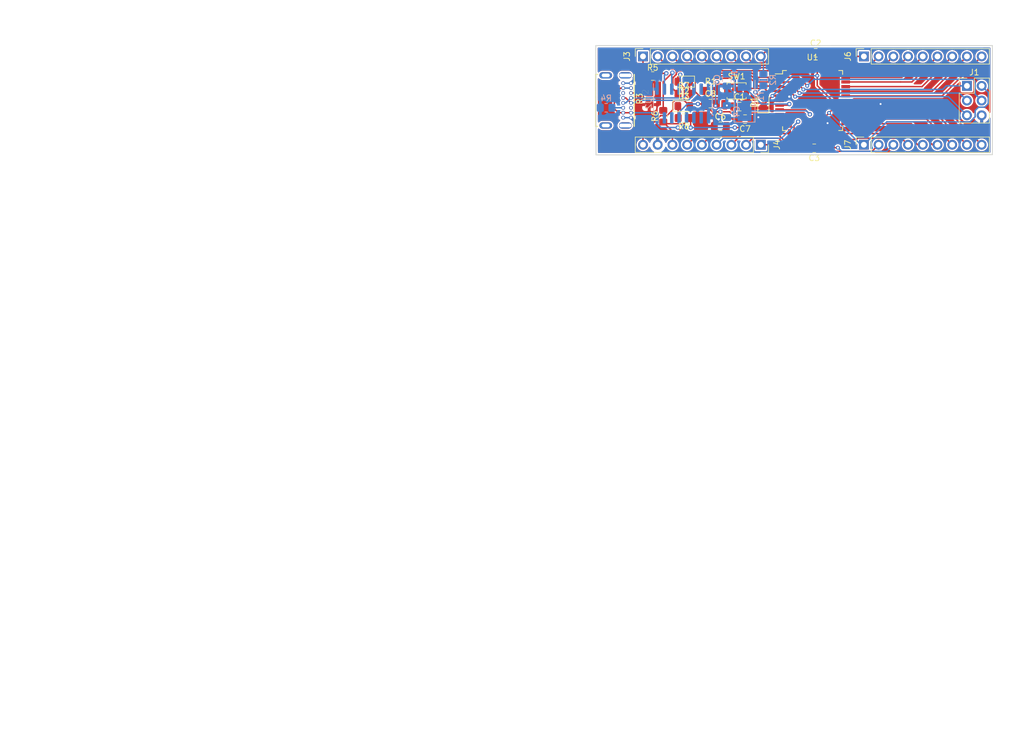
<source format=kicad_pcb>
(kicad_pcb (version 20171130) (host pcbnew "(5.1.9-0-10_14)")
  (title_block (title "ATMEGA1284P BOARD") (date 2020-11-18) (rev 0))
  (layers (0 F.Cu signal) (31 B.Cu signal) (34 B.Paste user) (35 F.Paste user) (36 B.SilkS user) (37 F.SilkS user) (38 B.Mask user) (39 F.Mask user) (44 Edge.Cuts user))
  (net 0 "")
  (net 1 VCC)
  (net 2 GND)
  (net 3 /XTAL1)
  (net 4 /XTAL2)
  (net 5 /nRESET)
  (net 6 "Net-(D1-Pad2)")
  (net 7 /6)
  (net 8 /7)
  (net 9 /5)
  (net 10 /8)
  (net 11 /9)
  (net 12 /0)
  (net 13 /1)
  (net 14 /2)
  (net 15 /3)
  (net 16 /4)
  (net 17 /10)
  (net 18 /11)
  (net 19 /12)
  (net 20 /13)
  (net 21 /14)
  (net 22 /15)
  (net 23 /17)
  (net 24 /18)
  (net 25 /19)
  (net 26 /20)
  (net 27 /21)
  (net 28 /16)
  (net 29 /22)
  (net 30 /23)
  (net 31 /A0)
  (net 32 /A1)
  (net 33 /A2)
  (net 34 /A3)
  (net 35 /A4)
  (net 36 /A5)
  (net 37 /A6)
  (net 38 /A7)
  (net 39 /AREF)
  (net 40 +5V)
  (net 41 +3V3)
  (net 42 "Net-(C8-Pad1)")
  (net 43 "Net-(D2-Pad1)")
  (net 44 "Net-(D3-Pad1)")
  (net 45 "Net-(J2-PadB8)")
  (net 46 /Serial_D-)
  (net 47 /Serial_D+)
  (net 48 "Net-(J2-PadB5)")
  (net 49 "Net-(J2-PadA8)")
  (net 50 "Net-(J2-PadA5)")
  (net 51 "Net-(R5-Pad2)")
  (net 52 "Net-(R6-Pad2)")
  (net 53 "Net-(U2-Pad15)")
  (net 54 "Net-(U2-Pad14)")
  (net 55 "Net-(U2-Pad12)")
  (net 56 "Net-(U2-Pad11)")
  (net 57 "Net-(U2-Pad10)")
  (net 58 "Net-(U2-Pad8)")
  (net 59 "Net-(U2-Pad7)")
  (module Capacitor_SMD:C_0805_2012Metric_Pad1.18x1.45mm_HandSolder (layer F.Cu) (at 145.0225 93.024 180)
    (fp_text reference C7 (at 0 -1.68) (layer F.SilkS))
    (fp_text value 10nF)
    (pad 2 smd roundrect (at 1.0375 0 180) (size 1.175 1.45) (layers F.Cu F.Paste F.Mask) (roundrect_rratio 0.212766) (net 41 +3V3))
    (pad 1 smd roundrect (at -1.0375 0 180) (size 1.175 1.45) (layers F.Cu F.Paste F.Mask) (roundrect_rratio 0.212766) (net 2 GND))
  )
  (module Resistor_SMD:R_0805_2012Metric_Pad1.20x1.40mm_HandSolder (layer F.Cu) (at 134.48 92.844 180)
    (fp_text reference R8 (at 0 -1.43) (layer F.SilkS))
    (fp_text value 1K)
    (pad 2 smd roundrect (at 1 0 180) (size 1.2 1.4) (layers F.Cu F.Paste F.Mask) (roundrect_rratio 0.208333) (net 44 "Net-(D3-Pad1)"))
    (pad 1 smd roundrect (at -1 0 180) (size 1.2 1.4) (layers F.Cu F.Paste F.Mask) (roundrect_rratio 0.208333) (net 11 /9))
  )
  (module Resistor_SMD:R_0805_2012Metric_Pad1.20x1.40mm_HandSolder (layer F.Cu) (at 134.46 88.664)
    (fp_text reference R7 (at 0 -1.43) (layer F.SilkS))
    (fp_text value 1K)
    (pad 2 smd roundrect (at 1 0) (size 1.2 1.4) (layers F.Cu F.Paste F.Mask) (roundrect_rratio 0.208333) (net 43 "Net-(D2-Pad1)"))
    (pad 1 smd roundrect (at -1 0) (size 1.2 1.4) (layers F.Cu F.Paste F.Mask) (roundrect_rratio 0.208333) (net 10 /8))
  )
  (module Resistor_SMD:R_0805_2012Metric_Pad1.20x1.40mm_HandSolder (layer F.Cu) (at 130.91 92.534 90)
    (fp_text reference R6 (at 0 -1.43 90) (layer F.SilkS))
    (fp_text value 1K)
    (pad 2 smd roundrect (at 1 0 90) (size 1.2 1.4) (layers F.Cu F.Paste F.Mask) (roundrect_rratio 0.208333) (net 52 "Net-(R6-Pad2)"))
    (pad 1 smd roundrect (at -1 0 90) (size 1.2 1.4) (layers F.Cu F.Paste F.Mask) (roundrect_rratio 0.208333) (net 11 /9))
  )
  (module Resistor_SMD:R_0805_2012Metric_Pad1.20x1.40mm_HandSolder (layer F.Cu) (at 129.0975 85.594)
    (fp_text reference R5 (at 0 -1.43) (layer F.SilkS))
    (fp_text value 1K)
    (pad 2 smd roundrect (at 1 0) (size 1.2 1.4) (layers F.Cu F.Paste F.Mask) (roundrect_rratio 0.208333) (net 51 "Net-(R5-Pad2)"))
    (pad 1 smd roundrect (at -1 0) (size 1.2 1.4) (layers F.Cu F.Paste F.Mask) (roundrect_rratio 0.208333) (net 10 /8))
  )
  (module Crystal:Crystal_SMD_5032-2Pin_5.0x3.2mm_HandSoldering (layer B.Cu) (at 144.94 89.004 90)
    (fp_text reference Y1 (at 0 2.8 90) (layer B.SilkS) (effects (justify mirror)))
    (fp_text value 16MHz)
    (pad 2 smd rect (at 2.6 0 90) (size 3.5 2.4) (layers B.Cu B.Paste B.Mask) (net 4 /XTAL2))
    (pad 1 smd rect (at -2.6 0 90) (size 3.5 2.4) (layers B.Cu B.Paste B.Mask) (net 3 /XTAL1))
  )
  (module Package_SO:SOIC-16_3.9x9.9mm_P1.27mm (layer B.Cu) (at 134.29 90.334 270)
    (fp_text reference U2 (at 0 5.9 270) (layer B.SilkS) (effects (justify mirror)))
    (fp_text value CH340C)
    (pad 16 smd roundrect (at 2.475 4.445 270) (size 1.95 0.6) (layers B.Cu B.Paste B.Mask) (net 40 +5V))
    (pad 15 smd roundrect (at 2.475 3.175 270) (size 1.95 0.6) (layers B.Cu B.Paste B.Mask) (net 53 "Net-(U2-Pad15)"))
    (pad 14 smd roundrect (at 2.475 1.905 270) (size 1.95 0.6) (layers B.Cu B.Paste B.Mask) (net 54 "Net-(U2-Pad14)"))
    (pad 13 smd roundrect (at 2.475 0.635 270) (size 1.95 0.6) (layers B.Cu B.Paste B.Mask) (net 42 "Net-(C8-Pad1)"))
    (pad 12 smd roundrect (at 2.475 -0.635 270) (size 1.95 0.6) (layers B.Cu B.Paste B.Mask) (net 55 "Net-(U2-Pad12)"))
    (pad 11 smd roundrect (at 2.475 -1.905 270) (size 1.95 0.6) (layers B.Cu B.Paste B.Mask) (net 56 "Net-(U2-Pad11)"))
    (pad 10 smd roundrect (at 2.475 -3.175 270) (size 1.95 0.6) (layers B.Cu B.Paste B.Mask) (net 57 "Net-(U2-Pad10)"))
    (pad 9 smd roundrect (at 2.475 -4.445 270) (size 1.95 0.6) (layers B.Cu B.Paste B.Mask) (net 2 GND))
    (pad 8 smd roundrect (at -2.475 -4.445 270) (size 1.95 0.6) (layers B.Cu B.Paste B.Mask) (net 58 "Net-(U2-Pad8)"))
    (pad 7 smd roundrect (at -2.475 -3.175 270) (size 1.95 0.6) (layers B.Cu B.Paste B.Mask) (net 59 "Net-(U2-Pad7)"))
    (pad 6 smd roundrect (at -2.475 -1.905 270) (size 1.95 0.6) (layers B.Cu B.Paste B.Mask) (net 46 /Serial_D-))
    (pad 5 smd roundrect (at -2.475 -0.635 270) (size 1.95 0.6) (layers B.Cu B.Paste B.Mask) (net 47 /Serial_D+))
    (pad 4 smd roundrect (at -2.475 0.635 270) (size 1.95 0.6) (layers B.Cu B.Paste B.Mask) (net 41 +3V3))
    (pad 3 smd roundrect (at -2.475 1.905 270) (size 1.95 0.6) (layers B.Cu B.Paste B.Mask) (net 52 "Net-(R6-Pad2)"))
    (pad 2 smd roundrect (at -2.475 3.175 270) (size 1.95 0.6) (layers B.Cu B.Paste B.Mask) (net 51 "Net-(R5-Pad2)"))
    (pad 1 smd roundrect (at -2.475 4.445 270) (size 1.95 0.6) (layers B.Cu B.Paste B.Mask) (net 2 GND))
  )
  (module Package_QFP:TQFP-44_10x10mm_P0.8mm (layer F.Cu) (at 156.68 89.824)
    (fp_text reference U1 (at 0 -7.45) (layer F.SilkS))
    (fp_text value ATmega1284P-A)
    (pad 44 smd rect (at -4 -5.7 90) (size 1.5 0.55) (layers F.Cu F.Paste F.Mask) (net 16 /4))
    (pad 43 smd rect (at -3.2 -5.7 90) (size 1.5 0.55) (layers F.Cu F.Paste F.Mask) (net 15 /3))
    (pad 42 smd rect (at -2.4 -5.7 90) (size 1.5 0.55) (layers F.Cu F.Paste F.Mask) (net 14 /2))
    (pad 41 smd rect (at -1.6 -5.7 90) (size 1.5 0.55) (layers F.Cu F.Paste F.Mask) (net 13 /1))
    (pad 40 smd rect (at -0.8 -5.7 90) (size 1.5 0.55) (layers F.Cu F.Paste F.Mask) (net 12 /0))
    (pad 39 smd rect (at 0 -5.7 90) (size 1.5 0.55) (layers F.Cu F.Paste F.Mask) (net 2 GND))
    (pad 38 smd rect (at 0.8 -5.7 90) (size 1.5 0.55) (layers F.Cu F.Paste F.Mask) (net 1 VCC))
    (pad 37 smd rect (at 1.6 -5.7 90) (size 1.5 0.55) (layers F.Cu F.Paste F.Mask) (net 31 /A0))
    (pad 36 smd rect (at 2.4 -5.7 90) (size 1.5 0.55) (layers F.Cu F.Paste F.Mask) (net 32 /A1))
    (pad 35 smd rect (at 3.2 -5.7 90) (size 1.5 0.55) (layers F.Cu F.Paste F.Mask) (net 33 /A2))
    (pad 34 smd rect (at 4 -5.7 90) (size 1.5 0.55) (layers F.Cu F.Paste F.Mask) (net 34 /A3))
    (pad 33 smd rect (at 5.7 -4) (size 1.5 0.55) (layers F.Cu F.Paste F.Mask) (net 35 /A4))
    (pad 32 smd rect (at 5.7 -3.2) (size 1.5 0.55) (layers F.Cu F.Paste F.Mask) (net 36 /A5))
    (pad 31 smd rect (at 5.7 -2.4) (size 1.5 0.55) (layers F.Cu F.Paste F.Mask) (net 37 /A6))
    (pad 30 smd rect (at 5.7 -1.6) (size 1.5 0.55) (layers F.Cu F.Paste F.Mask) (net 38 /A7))
    (pad 29 smd rect (at 5.7 -0.8) (size 1.5 0.55) (layers F.Cu F.Paste F.Mask) (net 39 /AREF))
    (pad 28 smd rect (at 5.7 0) (size 1.5 0.55) (layers F.Cu F.Paste F.Mask) (net 2 GND))
    (pad 27 smd rect (at 5.7 0.8) (size 1.5 0.55) (layers F.Cu F.Paste F.Mask) (net 1 VCC))
    (pad 26 smd rect (at 5.7 1.6) (size 1.5 0.55) (layers F.Cu F.Paste F.Mask) (net 30 /23))
    (pad 25 smd rect (at 5.7 2.4) (size 1.5 0.55) (layers F.Cu F.Paste F.Mask) (net 29 /22))
    (pad 24 smd rect (at 5.7 3.2) (size 1.5 0.55) (layers F.Cu F.Paste F.Mask) (net 27 /21))
    (pad 23 smd rect (at 5.7 4) (size 1.5 0.55) (layers F.Cu F.Paste F.Mask) (net 26 /20))
    (pad 22 smd rect (at 4 5.7 90) (size 1.5 0.55) (layers F.Cu F.Paste F.Mask) (net 25 /19))
    (pad 21 smd rect (at 3.2 5.7 90) (size 1.5 0.55) (layers F.Cu F.Paste F.Mask) (net 24 /18))
    (pad 20 smd rect (at 2.4 5.7 90) (size 1.5 0.55) (layers F.Cu F.Paste F.Mask) (net 23 /17))
    (pad 19 smd rect (at 1.6 5.7 90) (size 1.5 0.55) (layers F.Cu F.Paste F.Mask) (net 28 /16))
    (pad 18 smd rect (at 0.8 5.7 90) (size 1.5 0.55) (layers F.Cu F.Paste F.Mask) (net 2 GND))
    (pad 17 smd rect (at 0 5.7 90) (size 1.5 0.55) (layers F.Cu F.Paste F.Mask) (net 1 VCC))
    (pad 16 smd rect (at -0.8 5.7 90) (size 1.5 0.55) (layers F.Cu F.Paste F.Mask) (net 22 /15))
    (pad 15 smd rect (at -1.6 5.7 90) (size 1.5 0.55) (layers F.Cu F.Paste F.Mask) (net 21 /14))
    (pad 14 smd rect (at -2.4 5.7 90) (size 1.5 0.55) (layers F.Cu F.Paste F.Mask) (net 20 /13))
    (pad 13 smd rect (at -3.2 5.7 90) (size 1.5 0.55) (layers F.Cu F.Paste F.Mask) (net 19 /12))
    (pad 12 smd rect (at -4 5.7 90) (size 1.5 0.55) (layers F.Cu F.Paste F.Mask) (net 18 /11))
    (pad 11 smd rect (at -5.7 4) (size 1.5 0.55) (layers F.Cu F.Paste F.Mask) (net 17 /10))
    (pad 10 smd rect (at -5.7 3.2) (size 1.5 0.55) (layers F.Cu F.Paste F.Mask) (net 11 /9))
    (pad 9 smd rect (at -5.7 2.4) (size 1.5 0.55) (layers F.Cu F.Paste F.Mask) (net 10 /8))
    (pad 8 smd rect (at -5.7 1.6) (size 1.5 0.55) (layers F.Cu F.Paste F.Mask) (net 3 /XTAL1))
    (pad 7 smd rect (at -5.7 0.8) (size 1.5 0.55) (layers F.Cu F.Paste F.Mask) (net 4 /XTAL2))
    (pad 6 smd rect (at -5.7 0) (size 1.5 0.55) (layers F.Cu F.Paste F.Mask) (net 2 GND))
    (pad 5 smd rect (at -5.7 -0.8) (size 1.5 0.55) (layers F.Cu F.Paste F.Mask) (net 1 VCC))
    (pad 4 smd rect (at -5.7 -1.6) (size 1.5 0.55) (layers F.Cu F.Paste F.Mask) (net 5 /nRESET))
    (pad 3 smd rect (at -5.7 -2.4) (size 1.5 0.55) (layers F.Cu F.Paste F.Mask) (net 8 /7))
    (pad 2 smd rect (at -5.7 -3.2) (size 1.5 0.55) (layers F.Cu F.Paste F.Mask) (net 7 /6))
    (pad 1 smd rect (at -5.7 -4) (size 1.5 0.55) (layers F.Cu F.Paste F.Mask) (net 9 /5))
  )
  (module Button_Switch_SMD:SW_SPST_B3U-1000P (layer F.Cu) (at 143.57 88.164)
    (fp_text reference SW1 (at 0 -2.5) (layer F.SilkS))
    (fp_text value SW_Push)
    (pad 2 smd rect (at 1.7 0) (size 0.9 1.7) (layers F.Cu F.Paste F.Mask) (net 5 /nRESET))
    (pad 1 smd rect (at -1.7 0) (size 0.9 1.7) (layers F.Cu F.Paste F.Mask) (net 2 GND))
  )
  (module Resistor_SMD:R_0805_2012Metric_Pad1.20x1.40mm_HandSolder (layer B.Cu) (at 121.06 91.074 180)
    (fp_text reference R4 (at 0 1.65) (layer B.SilkS) (effects (justify mirror)))
    (fp_text value 5.1K)
    (pad 2 smd roundrect (at 1 0 180) (size 1.2 1.4) (layers B.Cu B.Paste B.Mask) (roundrect_rratio 0.208333) (net 2 GND))
    (pad 1 smd roundrect (at -1 0 180) (size 1.2 1.4) (layers B.Cu B.Paste B.Mask) (roundrect_rratio 0.208333) (net 48 "Net-(J2-PadB5)"))
  )
  (module Resistor_SMD:R_0805_2012Metric_Pad1.20x1.40mm_HandSolder (layer F.Cu) (at 128.49 89.524 90)
    (fp_text reference R3 (at 0 -1.65 90) (layer F.SilkS))
    (fp_text value 5.1K)
    (pad 2 smd roundrect (at 1 0 90) (size 1.2 1.4) (layers F.Cu F.Paste F.Mask) (roundrect_rratio 0.208333) (net 50 "Net-(J2-PadA5)"))
    (pad 1 smd roundrect (at -1 0 90) (size 1.2 1.4) (layers F.Cu F.Paste F.Mask) (roundrect_rratio 0.208333) (net 2 GND))
  )
  (module Resistor_SMD:R_0805_2012Metric_Pad1.20x1.40mm_HandSolder (layer B.Cu) (at 148.19 86.264 90)
    (fp_text reference R2 (at 0 1.65 90) (layer B.SilkS) (effects (justify mirror)))
    (fp_text value 1K)
    (pad 2 smd roundrect (at 1 0 90) (size 1.2 1.4) (layers B.Cu B.Paste B.Mask) (roundrect_rratio 0.208333) (net 12 /0))
    (pad 1 smd roundrect (at -1 0 90) (size 1.2 1.4) (layers B.Cu B.Paste B.Mask) (roundrect_rratio 0.208333) (net 6 "Net-(D1-Pad2)"))
  )
  (module Resistor_SMD:R_0805_2012Metric_Pad1.20x1.40mm_HandSolder (layer F.Cu) (at 139.08 88.174)
    (fp_text reference R1 (at 0 -1.65) (layer F.SilkS))
    (fp_text value 10K)
    (pad 2 smd roundrect (at 1 0) (size 1.2 1.4) (layers F.Cu F.Paste F.Mask) (roundrect_rratio 0.208333) (net 5 /nRESET))
    (pad 1 smd roundrect (at -1 0) (size 1.2 1.4) (layers F.Cu F.Paste F.Mask) (roundrect_rratio 0.208333) (net 1 VCC))
  )
  (module Connector_PinSocket_2.54mm:PinSocket_1x09_P2.54mm_Vertical (layer F.Cu) (at 165.52 97.454 90)
    (fp_text reference J7 (at 0 -2.77 90) (layer F.SilkS))
    (fp_text value Conn_01x09)
    (pad 9 thru_hole oval (at 0 20.32 90) (size 1.7 1.7) (drill 1) (layers *.Cu *.Mask) (net 30 /23))
    (pad 8 thru_hole oval (at 0 17.78 90) (size 1.7 1.7) (drill 1) (layers *.Cu *.Mask) (net 29 /22))
    (pad 7 thru_hole oval (at 0 15.24 90) (size 1.7 1.7) (drill 1) (layers *.Cu *.Mask) (net 27 /21))
    (pad 6 thru_hole oval (at 0 12.7 90) (size 1.7 1.7) (drill 1) (layers *.Cu *.Mask) (net 26 /20))
    (pad 5 thru_hole oval (at 0 10.16 90) (size 1.7 1.7) (drill 1) (layers *.Cu *.Mask) (net 25 /19))
    (pad 4 thru_hole oval (at 0 7.62 90) (size 1.7 1.7) (drill 1) (layers *.Cu *.Mask) (net 24 /18))
    (pad 3 thru_hole oval (at 0 5.08 90) (size 1.7 1.7) (drill 1) (layers *.Cu *.Mask) (net 23 /17))
    (pad 2 thru_hole oval (at 0 2.54 90) (size 1.7 1.7) (drill 1) (layers *.Cu *.Mask) (net 28 /16))
    (pad 1 thru_hole rect (at 0 0 90) (size 1.7 1.7) (drill 1) (layers *.Cu *.Mask) (net 1 VCC))
  )
  (module Connector_PinSocket_2.54mm:PinSocket_1x09_P2.54mm_Vertical (layer F.Cu) (at 165.52 82.214 90)
    (fp_text reference J6 (at 0 -2.77 90) (layer F.SilkS))
    (fp_text value Conn_01x09)
    (pad 9 thru_hole oval (at 0 20.32 90) (size 1.7 1.7) (drill 1) (layers *.Cu *.Mask) (net 39 /AREF))
    (pad 8 thru_hole oval (at 0 17.78 90) (size 1.7 1.7) (drill 1) (layers *.Cu *.Mask) (net 38 /A7))
    (pad 7 thru_hole oval (at 0 15.24 90) (size 1.7 1.7) (drill 1) (layers *.Cu *.Mask) (net 37 /A6))
    (pad 6 thru_hole oval (at 0 12.7 90) (size 1.7 1.7) (drill 1) (layers *.Cu *.Mask) (net 36 /A5))
    (pad 5 thru_hole oval (at 0 10.16 90) (size 1.7 1.7) (drill 1) (layers *.Cu *.Mask) (net 35 /A4))
    (pad 4 thru_hole oval (at 0 7.62 90) (size 1.7 1.7) (drill 1) (layers *.Cu *.Mask) (net 34 /A3))
    (pad 3 thru_hole oval (at 0 5.08 90) (size 1.7 1.7) (drill 1) (layers *.Cu *.Mask) (net 33 /A2))
    (pad 2 thru_hole oval (at 0 2.54 90) (size 1.7 1.7) (drill 1) (layers *.Cu *.Mask) (net 32 /A1))
    (pad 1 thru_hole rect (at 0 0 90) (size 1.7 1.7) (drill 1) (layers *.Cu *.Mask) (net 31 /A0))
  )
  (module Connector_PinSocket_2.54mm:PinSocket_1x09_P2.54mm_Vertical (layer F.Cu) (at 147.74 97.454 270)
    (fp_text reference J4 (at 0 -2.77 90) (layer F.SilkS))
    (fp_text value Conn_01x09)
    (pad 9 thru_hole oval (at 0 20.32 270) (size 1.7 1.7) (drill 1) (layers *.Cu *.Mask) (net 41 +3V3))
    (pad 8 thru_hole oval (at 0 17.78 270) (size 1.7 1.7) (drill 1) (layers *.Cu *.Mask) (net 2 GND))
    (pad 7 thru_hole oval (at 0 15.24 270) (size 1.7 1.7) (drill 1) (layers *.Cu *.Mask) (net 11 /9))
    (pad 6 thru_hole oval (at 0 12.7 270) (size 1.7 1.7) (drill 1) (layers *.Cu *.Mask) (net 17 /10))
    (pad 5 thru_hole oval (at 0 10.16 270) (size 1.7 1.7) (drill 1) (layers *.Cu *.Mask) (net 18 /11))
    (pad 4 thru_hole oval (at 0 7.62 270) (size 1.7 1.7) (drill 1) (layers *.Cu *.Mask) (net 19 /12))
    (pad 3 thru_hole oval (at 0 5.08 270) (size 1.7 1.7) (drill 1) (layers *.Cu *.Mask) (net 20 /13))
    (pad 2 thru_hole oval (at 0 2.54 270) (size 1.7 1.7) (drill 1) (layers *.Cu *.Mask) (net 21 /14))
    (pad 1 thru_hole rect (at 0 0 270) (size 1.7 1.7) (drill 1) (layers *.Cu *.Mask) (net 22 /15))
  )
  (module Connector_PinSocket_2.54mm:PinSocket_1x09_P2.54mm_Vertical (layer F.Cu) (at 127.42 82.214 90)
    (fp_text reference J3 (at 0 -2.77 90) (layer F.SilkS))
    (fp_text value Conn_01x09)
    (pad 9 thru_hole oval (at 0 20.32 90) (size 1.7 1.7) (drill 1) (layers *.Cu *.Mask) (net 12 /0))
    (pad 8 thru_hole oval (at 0 17.78 90) (size 1.7 1.7) (drill 1) (layers *.Cu *.Mask) (net 13 /1))
    (pad 7 thru_hole oval (at 0 15.24 90) (size 1.7 1.7) (drill 1) (layers *.Cu *.Mask) (net 14 /2))
    (pad 6 thru_hole oval (at 0 12.7 90) (size 1.7 1.7) (drill 1) (layers *.Cu *.Mask) (net 15 /3))
    (pad 5 thru_hole oval (at 0 10.16 90) (size 1.7 1.7) (drill 1) (layers *.Cu *.Mask) (net 16 /4))
    (pad 4 thru_hole oval (at 0 7.62 90) (size 1.7 1.7) (drill 1) (layers *.Cu *.Mask) (net 9 /5))
    (pad 3 thru_hole oval (at 0 5.08 90) (size 1.7 1.7) (drill 1) (layers *.Cu *.Mask) (net 7 /6))
    (pad 2 thru_hole oval (at 0 2.54 90) (size 1.7 1.7) (drill 1) (layers *.Cu *.Mask) (net 8 /7))
    (pad 1 thru_hole rect (at 0 0 90) (size 1.7 1.7) (drill 1) (layers *.Cu *.Mask) (net 10 /8))
  )
  (module USB-THT-IO:GCT_USB4085-GF-A_REVA (layer F.Cu) (at 121.33 89.804 270)
    (fp_text reference J2 (at -1.097425 -6.515415 90) (layer F.SilkS) (effects (font (size 1.00015 1.00015) (thickness 0.015))))
    (fp_text value USB_C_Receptacle_USB2.0)
    (pad P4 thru_hole oval (at -4.325 0.335 270) (size 1.108 2.216) (drill oval 0.6 1.4) (layers *.Cu *.Mask))
    (pad P3 thru_hole oval (at 4.325 0.335 270) (size 1.108 2.216) (drill oval 0.6 1.4) (layers *.Cu *.Mask))
    (pad P2 thru_hole oval (at 4.325 -3.045 270) (size 1.108 2.216) (drill oval 0.6 2.1) (layers *.Cu *.Mask))
    (pad P1 thru_hole oval (at -4.325 -3.045 270) (size 1.108 2.216) (drill oval 0.6 2.1) (layers *.Cu *.Mask))
    (pad B12 thru_hole circle (at -2.975 -2.675 270) (size 0.65 0.65) (drill 0.4) (layers *.Cu *.Mask) (net 2 GND))
    (pad B9 thru_hole circle (at -2.125 -2.675 270) (size 0.65 0.65) (drill 0.4) (layers *.Cu *.Mask) (net 40 +5V))
    (pad B8 thru_hole circle (at -1.275 -2.675 270) (size 0.65 0.65) (drill 0.4) (layers *.Cu *.Mask) (net 45 "Net-(J2-PadB8)"))
    (pad B7 thru_hole circle (at -0.425 -2.675 270) (size 0.65 0.65) (drill 0.4) (layers *.Cu *.Mask) (net 46 /Serial_D-))
    (pad B6 thru_hole circle (at 0.425 -2.675 270) (size 0.65 0.65) (drill 0.4) (layers *.Cu *.Mask) (net 47 /Serial_D+))
    (pad B5 thru_hole circle (at 1.275 -2.675 270) (size 0.65 0.65) (drill 0.4) (layers *.Cu *.Mask) (net 48 "Net-(J2-PadB5)"))
    (pad B4 thru_hole circle (at 2.125 -2.675 270) (size 0.65 0.65) (drill 0.4) (layers *.Cu *.Mask) (net 40 +5V))
    (pad B1 thru_hole circle (at 2.975 -2.675 270) (size 0.65 0.65) (drill 0.4) (layers *.Cu *.Mask) (net 2 GND))
    (pad A12 thru_hole circle (at 2.975 -4.025 270) (size 0.65 0.65) (drill 0.4) (layers *.Cu *.Mask) (net 2 GND))
    (pad A9 thru_hole circle (at 2.125 -4.025 270) (size 0.65 0.65) (drill 0.4) (layers *.Cu *.Mask) (net 40 +5V))
    (pad A8 thru_hole circle (at 1.275 -4.025 270) (size 0.65 0.65) (drill 0.4) (layers *.Cu *.Mask) (net 49 "Net-(J2-PadA8)"))
    (pad A7 thru_hole circle (at 0.425 -4.025 270) (size 0.65 0.65) (drill 0.4) (layers *.Cu *.Mask) (net 46 /Serial_D-))
    (pad A6 thru_hole circle (at -0.425 -4.025 270) (size 0.65 0.65) (drill 0.4) (layers *.Cu *.Mask) (net 47 /Serial_D+))
    (pad A5 thru_hole circle (at -1.275 -4.025 270) (size 0.65 0.65) (drill 0.4) (layers *.Cu *.Mask) (net 50 "Net-(J2-PadA5)"))
    (pad A4 thru_hole circle (at -2.125 -4.025 270) (size 0.65 0.65) (drill 0.4) (layers *.Cu *.Mask) (net 40 +5V))
    (pad A1 thru_hole circle (at -2.975 -4.025 270) (size 0.65 0.65) (drill 0.4) (layers *.Cu *.Mask) (net 2 GND))
  )
  (module Connector_PinHeader_2.54mm:PinHeader_2x03_P2.54mm_Vertical (layer F.Cu) (at 183.3 87.294)
    (fp_text reference J1 (at 1.27 -2.33) (layer F.SilkS))
    (fp_text value Conn_02x03_Odd_Even)
    (pad 6 thru_hole oval (at 2.54 5.08) (size 1.7 1.7) (drill 1) (layers *.Cu *.Mask) (net 2 GND))
    (pad 5 thru_hole oval (at 0 5.08) (size 1.7 1.7) (drill 1) (layers *.Cu *.Mask) (net 5 /nRESET))
    (pad 4 thru_hole oval (at 2.54 2.54) (size 1.7 1.7) (drill 1) (layers *.Cu *.Mask) (net 9 /5))
    (pad 3 thru_hole oval (at 0 2.54) (size 1.7 1.7) (drill 1) (layers *.Cu *.Mask) (net 8 /7))
    (pad 2 thru_hole oval (at 2.54 0) (size 1.7 1.7) (drill 1) (layers *.Cu *.Mask) (net 1 VCC))
    (pad 1 thru_hole rect (at 0 0) (size 1.7 1.7) (drill 1) (layers *.Cu *.Mask) (net 7 /6))
  )
  (module LED_SMD:LED_0805_2012Metric_Pad1.15x1.40mm_HandSolder (layer F.Cu) (at 134.465 90.784)
    (fp_text reference D3 (at 0 -1.65) (layer F.SilkS))
    (fp_text value LED_Small)
    (pad 2 smd roundrect (at 1.025 0) (size 1.15 1.4) (layers F.Cu F.Paste F.Mask) (roundrect_rratio 0.217391) (net 41 +3V3))
    (pad 1 smd roundrect (at -1.025 0) (size 1.15 1.4) (layers F.Cu F.Paste F.Mask) (roundrect_rratio 0.217391) (net 44 "Net-(D3-Pad1)"))
  )
  (module LED_SMD:LED_0805_2012Metric_Pad1.15x1.40mm_HandSolder (layer F.Cu) (at 134.45 86.574 180)
    (fp_text reference D2 (at 0 -1.65) (layer F.SilkS))
    (fp_text value LED_Small)
    (pad 2 smd roundrect (at 1.025 0 180) (size 1.15 1.4) (layers F.Cu F.Paste F.Mask) (roundrect_rratio 0.217391) (net 41 +3V3))
    (pad 1 smd roundrect (at -1.025 0 180) (size 1.15 1.4) (layers F.Cu F.Paste F.Mask) (roundrect_rratio 0.217391) (net 43 "Net-(D2-Pad1)"))
  )
  (module LED_SMD:LED_0805_2012Metric_Pad1.15x1.40mm_HandSolder (layer F.Cu) (at 148.18 90.089 90)
    (fp_text reference D1 (at 0 -1.65 90) (layer F.SilkS))
    (fp_text value LED)
    (pad 2 smd roundrect (at 1.025 0 90) (size 1.15 1.4) (layers F.Cu F.Paste F.Mask) (roundrect_rratio 0.217391) (net 6 "Net-(D1-Pad2)"))
    (pad 1 smd roundrect (at -1.025 0 90) (size 1.15 1.4) (layers F.Cu F.Paste F.Mask) (roundrect_rratio 0.217391) (net 2 GND))
  )
  (module Capacitor_SMD:C_0805_2012Metric_Pad1.18x1.45mm_HandSolder (layer F.Cu) (at 139.0525 90.344)
    (fp_text reference C8 (at 0 -1.68) (layer F.SilkS))
    (fp_text value 0.1uF)
    (pad 2 smd roundrect (at 1.0375 0) (size 1.175 1.45) (layers F.Cu F.Paste F.Mask) (roundrect_rratio 0.212766) (net 5 /nRESET))
    (pad 1 smd roundrect (at -1.0375 0) (size 1.175 1.45) (layers F.Cu F.Paste F.Mask) (roundrect_rratio 0.212766) (net 42 "Net-(C8-Pad1)"))
  )
  (module Capacitor_SMD:C_0805_2012Metric_Pad1.18x1.45mm_HandSolder (layer F.Cu) (at 140.7675 94.264)
    (fp_text reference C6 (at 0 -1.68) (layer F.SilkS))
    (fp_text value 100nF)
    (pad 2 smd roundrect (at 1.0375 0) (size 1.175 1.45) (layers F.Cu F.Paste F.Mask) (roundrect_rratio 0.212766) (net 40 +5V))
    (pad 1 smd roundrect (at -1.0375 0) (size 1.175 1.45) (layers F.Cu F.Paste F.Mask) (roundrect_rratio 0.212766) (net 2 GND))
  )
  (module Capacitor_SMD:C_0805_2012Metric_Pad1.18x1.45mm_HandSolder (layer B.Cu) (at 141.88 86.2865 270)
    (fp_text reference C5 (at 0 1.68 90) (layer B.SilkS) (effects (justify mirror)))
    (fp_text value 22pF)
    (pad 2 smd roundrect (at 1.0375 0 270) (size 1.175 1.45) (layers B.Cu B.Paste B.Mask) (roundrect_rratio 0.212766) (net 2 GND))
    (pad 1 smd roundrect (at -1.0375 0 270) (size 1.175 1.45) (layers B.Cu B.Paste B.Mask) (roundrect_rratio 0.212766) (net 4 /XTAL2))
  )
  (module Capacitor_SMD:C_0805_2012Metric_Pad1.18x1.45mm_HandSolder (layer B.Cu) (at 141.89 91.724 90)
    (fp_text reference C4 (at 0 1.68 90) (layer B.SilkS) (effects (justify mirror)))
    (fp_text value 22pF)
    (pad 2 smd roundrect (at 1.0375 0 90) (size 1.175 1.45) (layers B.Cu B.Paste B.Mask) (roundrect_rratio 0.212766) (net 2 GND))
    (pad 1 smd roundrect (at -1.0375 0 90) (size 1.175 1.45) (layers B.Cu B.Paste B.Mask) (roundrect_rratio 0.212766) (net 3 /XTAL1))
  )
  (module Capacitor_SMD:C_0805_2012Metric_Pad1.18x1.45mm_HandSolder (layer F.Cu) (at 156.96 98.064 180)
    (fp_text reference C3 (at 0 -1.68) (layer F.SilkS))
    (fp_text value 0.1uF)
    (pad 2 smd roundrect (at 1.0375 0 180) (size 1.175 1.45) (layers F.Cu F.Paste F.Mask) (roundrect_rratio 0.212766) (net 1 VCC))
    (pad 1 smd roundrect (at -1.0375 0 180) (size 1.175 1.45) (layers F.Cu F.Paste F.Mask) (roundrect_rratio 0.212766) (net 2 GND))
  )
  (module Capacitor_SMD:C_0805_2012Metric_Pad1.18x1.45mm_HandSolder (layer F.Cu) (at 157.21 81.594)
    (fp_text reference C2 (at 0 -1.68) (layer F.SilkS))
    (fp_text value 0.1uF)
    (pad 2 smd roundrect (at 1.0375 0) (size 1.175 1.45) (layers F.Cu F.Paste F.Mask) (roundrect_rratio 0.212766) (net 1 VCC))
    (pad 1 smd roundrect (at -1.0375 0) (size 1.175 1.45) (layers F.Cu F.Paste F.Mask) (roundrect_rratio 0.212766) (net 2 GND))
  )
  (module Capacitor_SMD:C_0805_2012Metric_Pad1.18x1.45mm_HandSolder (layer F.Cu) (at 144.0925 90.874)
    (fp_text reference C1 (at 0 -1.68) (layer F.SilkS))
    (fp_text value 0.1uF)
    (pad 2 smd roundrect (at 1.0375 0) (size 1.175 1.45) (layers F.Cu F.Paste F.Mask) (roundrect_rratio 0.212766) (net 1 VCC))
    (pad 1 smd roundrect (at -1.0375 0) (size 1.175 1.45) (layers F.Cu F.Paste F.Mask) (roundrect_rratio 0.212766) (net 2 GND))
  )
  (gr_line (start 119.32 99.194) (end 119.28 80.354) (layer Edge.Cuts) (width 0.1524))
  (gr_line (start 187.68 99.164) (end 119.32 99.194) (layer Edge.Cuts) (width 0.1524))
  (gr_line (start 187.68 80.344) (end 187.68 99.164) (layer Edge.Cuts) (width 0.1524))
  (gr_line (start 119.28 80.354) (end 187.68 80.344) (layer Edge.Cuts) (width 0.1524))
  (segment (start 145.74441 90.25959) (end 148.51441 90.25959) (width 0.254) (layer F.Cu) (net 1))
  (segment (start 145.13 90.874) (end 145.74441 90.25959) (width 0.254) (layer F.Cu) (net 1))
  (segment (start 148.51441 90.25959) (end 149.75 89.024) (width 0.254) (layer F.Cu) (net 1))
  (segment (start 156.68 97.3065) (end 156.68 95.524) (width 0.254) (layer F.Cu) (net 1))
  (segment (start 155.9225 98.064) (end 156.68 97.3065) (width 0.254) (layer F.Cu) (net 1))
  (segment (start 143.59559 89.33959) (end 145.13 90.874) (width 0.254) (layer F.Cu) (net 1))
  (segment (start 139.24559 89.33959) (end 143.59559 89.33959) (width 0.254) (layer F.Cu) (net 1))
  (segment (start 138.08 88.174) (end 139.24559 89.33959) (width 0.254) (layer F.Cu) (net 1))
  (segment (start 156.68 94.796078) (end 156.68 95.524) (width 0.254) (layer F.Cu) (net 1))
  (segment (start 162.38 90.624) (end 160.852078 90.624) (width 0.254) (layer F.Cu) (net 1))
  (via (at 159.520039 91.956039) (size 0.6858) (drill 0.3302) (layers F.Cu B.Cu) (net 1))
  (segment (start 165.018 97.454) (end 159.520039 91.956039) (width 0.254) (layer B.Cu) (net 1))
  (segment (start 165.52 97.454) (end 165.018 97.454) (width 0.254) (layer B.Cu) (net 1))
  (segment (start 159.520039 91.956039) (end 156.68 94.796078) (width 0.254) (layer F.Cu) (net 1))
  (segment (start 160.852078 90.624) (end 159.520039 91.956039) (width 0.254) (layer F.Cu) (net 1))
  (segment (start 157.48 82.3615) (end 158.2475 81.594) (width 0.254) (layer F.Cu) (net 1))
  (segment (start 157.48 84.124) (end 157.48 82.3615) (width 0.254) (layer F.Cu) (net 1))
  (segment (start 186.969401 90.376113) (end 186.969401 88.423401) (width 0.254) (layer B.Cu) (net 1))
  (segment (start 186.969401 88.423401) (end 185.84 87.294) (width 0.254) (layer B.Cu) (net 1))
  (segment (start 186.382113 90.963401) (end 186.969401 90.376113) (width 0.254) (layer B.Cu) (net 1))
  (segment (start 185.297887 90.963401) (end 186.382113 90.963401) (width 0.254) (layer B.Cu) (net 1))
  (segment (start 184.710599 91.550689) (end 185.297887 90.963401) (width 0.254) (layer B.Cu) (net 1))
  (segment (start 184.710599 92.634915) (end 184.710599 91.550689) (width 0.254) (layer B.Cu) (net 1))
  (segment (start 183.842113 93.503401) (end 184.710599 92.634915) (width 0.254) (layer B.Cu) (net 1))
  (segment (start 169.470599 93.503401) (end 183.842113 93.503401) (width 0.254) (layer B.Cu) (net 1))
  (segment (start 165.52 97.454) (end 169.470599 93.503401) (width 0.254) (layer B.Cu) (net 1))
  (segment (start 157.48 87.251922) (end 157.48 84.124) (width 0.254) (layer F.Cu) (net 1))
  (segment (start 160.852078 90.624) (end 157.48 87.251922) (width 0.254) (layer F.Cu) (net 1))
  (via (at 149.75 89.024) (size 0.6858) (drill 0.3302) (layers F.Cu B.Cu) (net 1))
  (segment (start 150.98 89.024) (end 149.75 89.024) (width 0.254) (layer F.Cu) (net 1))
  (via (at 157.48 85.542299) (size 0.6858) (drill 0.3302) (layers F.Cu B.Cu) (net 1))
  (segment (start 153.231701 85.542299) (end 157.48 85.542299) (width 0.254) (layer B.Cu) (net 1))
  (segment (start 149.75 89.024) (end 153.231701 85.542299) (width 0.254) (layer B.Cu) (net 1))
  (via (at 152.654 89.154) (size 0.762) (drill 0.381) (layers F.Cu B.Cu) (net 2))
  (segment (start 151.984 89.824) (end 152.654 89.154) (width 0.254) (layer F.Cu) (net 2))
  (segment (start 150.98 89.824) (end 151.984 89.824) (width 0.254) (layer F.Cu) (net 2))
  (segment (start 141.472395 91.104105) (end 141.89 90.6865) (width 0.254) (layer B.Cu) (net 2))
  (segment (start 140.439895 91.104105) (end 141.472395 91.104105) (width 0.254) (layer B.Cu) (net 2))
  (segment (start 138.735 92.809) (end 140.439895 91.104105) (width 0.254) (layer B.Cu) (net 2))
  (via (at 140.462 93.085307) (size 0.762) (drill 0.381) (layers F.Cu B.Cu) (net 2))
  (segment (start 139.73 93.817307) (end 140.462 93.085307) (width 0.254) (layer F.Cu) (net 2))
  (segment (start 139.73 94.264) (end 139.73 93.817307) (width 0.254) (layer F.Cu) (net 2))
  (via (at 168.402 90.424) (size 0.6858) (drill 0.3302) (layers F.Cu B.Cu) (net 2))
  (segment (start 167.802 89.824) (end 168.402 90.424) (width 0.254) (layer F.Cu) (net 2))
  (segment (start 162.38 89.824) (end 167.802 89.824) (width 0.254) (layer F.Cu) (net 2))
  (segment (start 157.48 97.5465) (end 157.9975 98.064) (width 0.254) (layer F.Cu) (net 2))
  (segment (start 157.48 95.524) (end 157.48 97.5465) (width 0.254) (layer F.Cu) (net 2))
  (segment (start 158.550078 93.726) (end 159.258 93.726) (width 0.254) (layer F.Cu) (net 2))
  (segment (start 157.48 94.796078) (end 158.550078 93.726) (width 0.254) (layer F.Cu) (net 2))
  (via (at 159.258 93.726) (size 0.6858) (drill 0.3302) (layers F.Cu B.Cu) (net 2))
  (segment (start 157.48 95.524) (end 157.48 94.796078) (width 0.254) (layer F.Cu) (net 2))
  (segment (start 150.206 89.824) (end 150.98 89.824) (width 0.254) (layer F.Cu) (net 2))
  (segment (start 148.916 91.114) (end 150.206 89.824) (width 0.254) (layer F.Cu) (net 2))
  (segment (start 148.18 91.114) (end 148.916 91.114) (width 0.254) (layer F.Cu) (net 2))
  (via (at 147.32 92.71) (size 0.6858) (drill 0.3302) (layers F.Cu B.Cu) (net 2))
  (segment (start 147.006 93.024) (end 147.32 92.71) (width 0.254) (layer F.Cu) (net 2))
  (segment (start 146.06 93.024) (end 147.006 93.024) (width 0.254) (layer F.Cu) (net 2))
  (segment (start 141.89 87.334) (end 141.88 87.324) (width 0.254) (layer B.Cu) (net 2))
  (segment (start 141.89 90.6865) (end 141.89 87.334) (width 0.254) (layer B.Cu) (net 2))
  (segment (start 141.89 90.6865) (end 141.89 90.6865) (width 0.254) (layer B.Cu) (net 2))
  (via (at 141.89 90.6865) (size 0.6858) (drill 0.3302) (layers F.Cu B.Cu) (net 2))
  (via (at 143.256 88.392) (size 0.6858) (drill 0.3302) (layers F.Cu B.Cu) (net 2))
  (segment (start 143.028 88.164) (end 143.256 88.392) (width 0.254) (layer F.Cu) (net 2))
  (segment (start 141.87 88.164) (end 143.028 88.164) (width 0.254) (layer F.Cu) (net 2))
  (segment (start 142.948 88.392) (end 141.88 87.324) (width 0.254) (layer B.Cu) (net 2))
  (segment (start 143.256 88.392) (end 142.948 88.392) (width 0.254) (layer B.Cu) (net 2))
  (segment (start 124.005 86.829) (end 125.355 86.829) (width 0.254) (layer B.Cu) (net 2))
  (segment (start 125.355 92.779) (end 124.005 92.779) (width 0.254) (layer B.Cu) (net 2))
  (segment (start 156.68 82.1015) (end 156.1725 81.594) (width 0.254) (layer F.Cu) (net 2))
  (segment (start 156.68 84.124) (end 156.68 82.1015) (width 0.254) (layer F.Cu) (net 2))
  (via (at 156.21 92.202) (size 0.762) (drill 0.381) (layers F.Cu B.Cu) (net 3))
  (segment (start 144.94 91.604) (end 155.612 91.604) (width 0.254) (layer B.Cu) (net 3))
  (segment (start 155.432 91.424) (end 156.21 92.202) (width 0.254) (layer F.Cu) (net 3))
  (segment (start 155.612 91.604) (end 156.21 92.202) (width 0.254) (layer B.Cu) (net 3))
  (segment (start 150.98 91.424) (end 155.432 91.424) (width 0.254) (layer F.Cu) (net 3))
  (segment (start 143.7825 92.7615) (end 144.94 91.604) (width 0.254) (layer B.Cu) (net 3))
  (segment (start 141.89 92.7615) (end 143.7825 92.7615) (width 0.254) (layer B.Cu) (net 3))
  (via (at 152.654 90.424) (size 0.762) (drill 0.381) (layers F.Cu B.Cu) (net 4))
  (segment (start 152.454 90.624) (end 152.654 90.424) (width 0.254) (layer F.Cu) (net 4))
  (segment (start 150.98 90.624) (end 152.454 90.624) (width 0.254) (layer F.Cu) (net 4))
  (segment (start 143.785 85.249) (end 144.94 86.404) (width 0.254) (layer B.Cu) (net 4))
  (segment (start 141.88 85.249) (end 143.785 85.249) (width 0.254) (layer B.Cu) (net 4))
  (segment (start 147.866606 90.424) (end 144.94 87.497394) (width 0.254) (layer B.Cu) (net 4))
  (segment (start 144.94 87.497394) (end 144.94 86.404) (width 0.254) (layer B.Cu) (net 4))
  (segment (start 152.654 90.424) (end 147.866606 90.424) (width 0.254) (layer B.Cu) (net 4))
  (via (at 139.935441 90.728493) (size 0.6858) (drill 0.3302) (layers F.Cu B.Cu) (net 5))
  (segment (start 140.09 90.573934) (end 139.935441 90.728493) (width 0.254) (layer F.Cu) (net 5))
  (segment (start 140.09 90.344) (end 140.09 90.573934) (width 0.254) (layer F.Cu) (net 5))
  (via (at 140.208 86.614) (size 0.6858) (drill 0.3302) (layers F.Cu B.Cu) (net 5))
  (segment (start 139.935441 86.886559) (end 140.208 86.614) (width 0.254) (layer B.Cu) (net 5))
  (segment (start 139.935441 90.728493) (end 139.935441 86.886559) (width 0.254) (layer B.Cu) (net 5))
  (segment (start 140.208 88.046) (end 140.08 88.174) (width 0.254) (layer F.Cu) (net 5))
  (segment (start 140.208 86.614) (end 140.208 88.046) (width 0.254) (layer F.Cu) (net 5))
  (segment (start 144.140599 87.034599) (end 145.27 88.164) (width 0.254) (layer F.Cu) (net 5))
  (segment (start 140.519401 87.034599) (end 144.140599 87.034599) (width 0.254) (layer F.Cu) (net 5))
  (segment (start 140.08 87.474) (end 140.519401 87.034599) (width 0.254) (layer F.Cu) (net 5))
  (segment (start 140.08 88.174) (end 140.08 87.474) (width 0.254) (layer F.Cu) (net 5))
  (segment (start 145.702401 87.731599) (end 148.371299 87.731599) (width 0.254) (layer F.Cu) (net 5))
  (segment (start 145.27 88.164) (end 145.702401 87.731599) (width 0.254) (layer F.Cu) (net 5))
  (segment (start 148.8637 88.224) (end 150.98 88.224) (width 0.254) (layer F.Cu) (net 5))
  (segment (start 148.371299 87.731599) (end 148.8637 88.224) (width 0.254) (layer F.Cu) (net 5))
  (via (at 153.67 89.154) (size 0.6858) (drill 0.3302) (layers F.Cu B.Cu) (net 5))
  (segment (start 152.74 88.224) (end 153.67 89.154) (width 0.254) (layer F.Cu) (net 5))
  (segment (start 150.98 88.224) (end 152.74 88.224) (width 0.254) (layer F.Cu) (net 5))
  (segment (start 180.08 89.154) (end 183.3 92.374) (width 0.254) (layer B.Cu) (net 5))
  (segment (start 153.67 89.154) (end 180.08 89.154) (width 0.254) (layer B.Cu) (net 5))
  (via (at 146.812 88.392) (size 0.762) (drill 0.381) (layers F.Cu B.Cu) (net 6))
  (segment (start 148.18 89.064) (end 147.484 89.064) (width 0.254) (layer F.Cu) (net 6))
  (segment (start 147.484 89.064) (end 146.812 88.392) (width 0.254) (layer F.Cu) (net 6))
  (segment (start 148.19 87.264) (end 147.062 88.392) (width 0.254) (layer B.Cu) (net 6))
  (segment (start 147.062 88.392) (end 146.812 88.392) (width 0.254) (layer B.Cu) (net 6))
  (segment (start 147.193561 86.624) (end 146.15485 85.585289) (width 0.254) (layer F.Cu) (net 7))
  (segment (start 150.98 86.624) (end 147.193561 86.624) (width 0.254) (layer F.Cu) (net 7))
  (segment (start 133.629401 83.343401) (end 132.5 82.214) (width 0.254) (layer F.Cu) (net 7))
  (segment (start 135.582113 83.343401) (end 133.629401 83.343401) (width 0.254) (layer F.Cu) (net 7))
  (segment (start 137.824001 85.585289) (end 135.582113 83.343401) (width 0.254) (layer F.Cu) (net 7))
  (segment (start 146.15485 85.585289) (end 137.824001 85.585289) (width 0.254) (layer F.Cu) (net 7))
  (via (at 155.088118 87.9094) (size 0.6858) (drill 0.3302) (layers F.Cu B.Cu) (net 7))
  (segment (start 153.802718 86.624) (end 155.088118 87.9094) (width 0.254) (layer F.Cu) (net 7))
  (segment (start 150.98 86.624) (end 153.802718 86.624) (width 0.254) (layer F.Cu) (net 7))
  (segment (start 155.088118 87.9094) (end 179.10811 87.9094) (width 0.254) (layer B.Cu) (net 7))
  (segment (start 179.72351 87.294) (end 183.3 87.294) (width 0.254) (layer B.Cu) (net 7))
  (segment (start 179.10811 87.9094) (end 179.72351 87.294) (width 0.254) (layer B.Cu) (net 7))
  (segment (start 145.98651 85.991699) (end 147.32 87.325189) (width 0.254) (layer F.Cu) (net 8))
  (segment (start 135.29664 84.29719) (end 136.991149 85.991699) (width 0.254) (layer F.Cu) (net 8))
  (segment (start 136.991149 85.991699) (end 145.98651 85.991699) (width 0.254) (layer F.Cu) (net 8))
  (segment (start 132.985334 83.94719) (end 133.345 84.306856) (width 0.254) (layer F.Cu) (net 8))
  (segment (start 133.354667 84.297189) (end 135.29664 84.29719) (width 0.254) (layer F.Cu) (net 8))
  (segment (start 133.345 84.306856) (end 133.354667 84.297189) (width 0.254) (layer F.Cu) (net 8))
  (segment (start 150.881189 87.325189) (end 150.98 87.424) (width 0.254) (layer F.Cu) (net 8))
  (segment (start 147.32 87.325189) (end 150.881189 87.325189) (width 0.254) (layer F.Cu) (net 8))
  (segment (start 131.69319 83.94719) (end 132.985334 83.94719) (width 0.254) (layer F.Cu) (net 8))
  (segment (start 129.96 82.214) (end 131.69319 83.94719) (width 0.254) (layer F.Cu) (net 8))
  (via (at 154.41971 88.5317) (size 0.6858) (drill 0.3302) (layers F.Cu B.Cu) (net 8))
  (segment (start 153.31201 87.424) (end 154.41971 88.5317) (width 0.254) (layer F.Cu) (net 8))
  (segment (start 150.98 87.424) (end 153.31201 87.424) (width 0.254) (layer F.Cu) (net 8))
  (segment (start 181.9977 88.5317) (end 183.3 89.834) (width 0.254) (layer B.Cu) (net 8))
  (segment (start 154.41971 88.5317) (end 181.9977 88.5317) (width 0.254) (layer B.Cu) (net 8))
  (segment (start 135.04 82.214) (end 136.896731 84.070731) (width 0.254) (layer F.Cu) (net 9))
  (segment (start 136.902731 84.070731) (end 137.922 85.09) (width 0.254) (layer F.Cu) (net 9))
  (segment (start 136.896731 84.070731) (end 136.902731 84.070731) (width 0.254) (layer F.Cu) (net 9))
  (segment (start 137.922 85.09) (end 146.234311 85.09) (width 0.254) (layer F.Cu) (net 9))
  (segment (start 146.968311 85.824) (end 150.98 85.824) (width 0.254) (layer F.Cu) (net 9))
  (segment (start 146.234311 85.09) (end 146.968311 85.824) (width 0.254) (layer F.Cu) (net 9))
  (via (at 155.750208 87.2871) (size 0.6858) (drill 0.3302) (layers F.Cu B.Cu) (net 9))
  (segment (start 154.287108 85.824) (end 155.750208 87.2871) (width 0.254) (layer F.Cu) (net 9))
  (segment (start 150.98 85.824) (end 154.287108 85.824) (width 0.254) (layer F.Cu) (net 9))
  (segment (start 184.710599 86.501677) (end 184.710599 88.704599) (width 0.254) (layer B.Cu) (net 9))
  (segment (start 184.373521 86.164599) (end 184.710599 86.501677) (width 0.254) (layer B.Cu) (net 9))
  (segment (start 156.872709 86.164599) (end 184.373521 86.164599) (width 0.254) (layer B.Cu) (net 9))
  (segment (start 184.710599 88.704599) (end 185.84 89.834) (width 0.254) (layer B.Cu) (net 9))
  (segment (start 155.750208 87.2871) (end 156.872709 86.164599) (width 0.254) (layer B.Cu) (net 9))
  (segment (start 129.337901 84.353599) (end 128.0975 85.594) (width 0.254) (layer F.Cu) (net 10))
  (segment (start 132.816993 84.353599) (end 129.337901 84.353599) (width 0.254) (layer F.Cu) (net 10))
  (segment (start 133.160401 84.697007) (end 132.816993 84.353599) (width 0.254) (layer F.Cu) (net 10))
  (segment (start 132.57059 85.90341) (end 133.160401 85.313599) (width 0.254) (layer F.Cu) (net 10))
  (segment (start 132.57059 87.77459) (end 132.57059 85.90341) (width 0.254) (layer F.Cu) (net 10))
  (segment (start 133.160401 85.313599) (end 133.160401 84.697007) (width 0.254) (layer F.Cu) (net 10))
  (segment (start 133.46 88.664) (end 132.57059 87.77459) (width 0.254) (layer F.Cu) (net 10))
  (segment (start 127.42 84.9165) (end 128.0975 85.594) (width 0.254) (layer F.Cu) (net 10))
  (segment (start 127.42 82.214) (end 127.42 84.9165) (width 0.254) (layer F.Cu) (net 10))
  (segment (start 138.88191 90.69711) (end 139.949306 91.764506) (width 0.254) (layer F.Cu) (net 10))
  (segment (start 133.179599 85.047007) (end 133.523007 84.703599) (width 0.254) (layer F.Cu) (net 10))
  (segment (start 136.416 85.9913) (end 136.416 88.29738) (width 0.254) (layer F.Cu) (net 10))
  (segment (start 139.949306 91.764506) (end 140.764353 91.764506) (width 0.254) (layer F.Cu) (net 10))
  (segment (start 133.523007 84.703599) (end 135.128299 84.703599) (width 0.254) (layer F.Cu) (net 10))
  (segment (start 138.57179 89.33959) (end 138.88191 89.64971) (width 0.254) (layer F.Cu) (net 10))
  (segment (start 136.416 88.29738) (end 137.45821 89.33959) (width 0.254) (layer F.Cu) (net 10))
  (segment (start 133.179599 85.295701) (end 133.179599 85.047007) (width 0.254) (layer F.Cu) (net 10))
  (segment (start 137.45821 89.33959) (end 138.57179 89.33959) (width 0.254) (layer F.Cu) (net 10))
  (via (at 140.764353 91.764506) (size 0.762) (drill 0.381) (layers F.Cu B.Cu) (net 10))
  (segment (start 135.128299 84.703599) (end 136.416 85.9913) (width 0.254) (layer F.Cu) (net 10))
  (segment (start 132.57059 85.90471) (end 133.179599 85.295701) (width 0.254) (layer F.Cu) (net 10))
  (segment (start 138.88191 89.64971) (end 138.88191 90.69711) (width 0.254) (layer F.Cu) (net 10))
  (segment (start 132.57059 87.77459) (end 132.57059 85.90471) (width 0.254) (layer F.Cu) (net 10))
  (segment (start 142.598201 91.978401) (end 148.874401 91.978401) (width 0.254) (layer F.Cu) (net 10))
  (segment (start 142.384306 91.764506) (end 142.598201 91.978401) (width 0.254) (layer F.Cu) (net 10))
  (segment (start 140.764353 91.764506) (end 142.384306 91.764506) (width 0.254) (layer F.Cu) (net 10))
  (segment (start 149.12 92.224) (end 150.98 92.224) (width 0.254) (layer F.Cu) (net 10))
  (segment (start 148.874401 91.978401) (end 149.12 92.224) (width 0.254) (layer F.Cu) (net 10))
  (segment (start 134.50059 93.82341) (end 135.48 92.844) (width 0.254) (layer F.Cu) (net 11))
  (segment (start 131.19941 93.82341) (end 134.50059 93.82341) (width 0.254) (layer F.Cu) (net 11))
  (segment (start 130.91 93.534) (end 131.19941 93.82341) (width 0.254) (layer F.Cu) (net 11))
  (segment (start 132.5 95.124) (end 130.91 93.534) (width 0.254) (layer F.Cu) (net 11))
  (segment (start 132.5 97.454) (end 132.5 95.124) (width 0.254) (layer F.Cu) (net 11))
  (via (at 143.256 94.488) (size 0.762) (drill 0.381) (layers F.Cu B.Cu) (net 11))
  (segment (start 146.519394 94.488) (end 143.256 94.488) (width 0.254) (layer F.Cu) (net 11))
  (segment (start 147.983394 93.024) (end 146.519394 94.488) (width 0.254) (layer F.Cu) (net 11))
  (segment (start 150.98 93.024) (end 147.983394 93.024) (width 0.254) (layer F.Cu) (net 11))
  (via (at 135.636 94.488) (size 0.762) (drill 0.381) (layers F.Cu B.Cu) (net 11))
  (segment (start 143.256 94.488) (end 135.636 94.488) (width 0.254) (layer B.Cu) (net 11))
  (segment (start 135.636 93) (end 135.48 92.844) (width 0.254) (layer F.Cu) (net 11))
  (segment (start 135.636 94.488) (end 135.636 93) (width 0.254) (layer F.Cu) (net 11))
  (segment (start 148.19 82.664) (end 147.74 82.214) (width 0.254) (layer B.Cu) (net 12))
  (segment (start 148.19 85.264) (end 148.19 82.664) (width 0.254) (layer B.Cu) (net 12))
  (segment (start 155.88 83.12) (end 154.074 81.314) (width 0.254) (layer F.Cu) (net 12))
  (segment (start 155.88 84.124) (end 155.88 83.12) (width 0.254) (layer F.Cu) (net 12))
  (segment (start 148.64 81.314) (end 147.74 82.214) (width 0.254) (layer F.Cu) (net 12))
  (segment (start 154.074 81.314) (end 148.64 81.314) (width 0.254) (layer F.Cu) (net 12))
  (segment (start 155.08 84.124) (end 155.08 82.89475) (width 0.254) (layer F.Cu) (net 13))
  (segment (start 155.08 82.89475) (end 153.90566 81.72041) (width 0.254) (layer F.Cu) (net 13))
  (segment (start 148.282113 83.343401) (end 146.329401 83.343401) (width 0.254) (layer F.Cu) (net 13))
  (segment (start 149.905104 81.72041) (end 148.282113 83.343401) (width 0.254) (layer F.Cu) (net 13))
  (segment (start 146.329401 83.343401) (end 145.2 82.214) (width 0.254) (layer F.Cu) (net 13))
  (segment (start 153.90566 81.72041) (end 149.905104 81.72041) (width 0.254) (layer F.Cu) (net 13))
  (segment (start 143.789401 83.343401) (end 145.754651 83.343401) (width 0.254) (layer F.Cu) (net 14))
  (segment (start 142.66 82.214) (end 143.789401 83.343401) (width 0.254) (layer F.Cu) (net 14))
  (segment (start 145.754651 83.343401) (end 146.161061 83.749811) (width 0.254) (layer F.Cu) (net 14))
  (segment (start 146.161061 83.749811) (end 148.450454 83.74981) (width 0.254) (layer F.Cu) (net 14))
  (segment (start 148.450454 83.74981) (end 150.073444 82.12682) (width 0.254) (layer F.Cu) (net 14))
  (segment (start 150.073444 82.12682) (end 153.3 82.12682) (width 0.254) (layer F.Cu) (net 14))
  (segment (start 154.28 83.10682) (end 154.28 84.124) (width 0.254) (layer F.Cu) (net 14))
  (segment (start 153.3 82.12682) (end 154.28 83.10682) (width 0.254) (layer F.Cu) (net 14))
  (segment (start 153.48 84.124) (end 153.48 82.88157) (width 0.254) (layer F.Cu) (net 15))
  (segment (start 153.48 82.88157) (end 153.13166 82.53323) (width 0.254) (layer F.Cu) (net 15))
  (segment (start 150.241784 82.53323) (end 148.618793 84.156219) (width 0.254) (layer F.Cu) (net 15))
  (segment (start 153.13166 82.53323) (end 150.241784 82.53323) (width 0.254) (layer F.Cu) (net 15))
  (segment (start 145.99272 84.15622) (end 145.586311 83.749811) (width 0.254) (layer F.Cu) (net 15))
  (segment (start 148.618793 84.156219) (end 145.99272 84.15622) (width 0.254) (layer F.Cu) (net 15))
  (segment (start 145.586311 83.749811) (end 143.62106 83.74981) (width 0.254) (layer F.Cu) (net 15))
  (segment (start 143.208382 83.337132) (end 143.202113 83.343401) (width 0.254) (layer F.Cu) (net 15))
  (segment (start 143.62106 83.74981) (end 143.208382 83.337132) (width 0.254) (layer F.Cu) (net 15))
  (segment (start 141.249401 83.343401) (end 140.12 82.214) (width 0.254) (layer F.Cu) (net 15))
  (segment (start 143.202113 83.343401) (end 141.249401 83.343401) (width 0.254) (layer F.Cu) (net 15))
  (segment (start 137.58 82.214) (end 140.04959 84.68359) (width 0.254) (layer F.Cu) (net 16))
  (segment (start 152.12041 84.68359) (end 152.68 84.124) (width 0.254) (layer F.Cu) (net 16))
  (segment (start 140.04959 84.68359) (end 152.12041 84.68359) (width 0.254) (layer F.Cu) (net 16))
  (segment (start 146.687735 94.894409) (end 147.758144 93.824) (width 0.254) (layer F.Cu) (net 17))
  (segment (start 143.237591 95.674819) (end 144.018 94.89441) (width 0.254) (layer F.Cu) (net 17))
  (segment (start 136.81918 95.67482) (end 143.237591 95.674819) (width 0.254) (layer F.Cu) (net 17))
  (segment (start 144.018 94.89441) (end 146.687735 94.894409) (width 0.254) (layer F.Cu) (net 17))
  (segment (start 147.758144 93.824) (end 150.98 93.824) (width 0.254) (layer F.Cu) (net 17))
  (segment (start 135.04 97.454) (end 136.81918 95.67482) (width 0.254) (layer F.Cu) (net 17))
  (segment (start 138.952772 96.081228) (end 137.58 97.454) (width 0.254) (layer F.Cu) (net 18))
  (segment (start 144.186342 95.300818) (end 143.40593 96.081228) (width 0.254) (layer F.Cu) (net 18))
  (segment (start 151.15359 95.524) (end 149.86 94.23041) (width 0.254) (layer F.Cu) (net 18))
  (segment (start 147.926484 94.23041) (end 146.856074 95.300818) (width 0.254) (layer F.Cu) (net 18))
  (segment (start 146.856074 95.300818) (end 144.186342 95.300818) (width 0.254) (layer F.Cu) (net 18))
  (segment (start 149.86 94.23041) (end 147.926484 94.23041) (width 0.254) (layer F.Cu) (net 18))
  (segment (start 143.40593 96.081228) (end 138.952772 96.081228) (width 0.254) (layer F.Cu) (net 18))
  (segment (start 152.68 95.524) (end 151.15359 95.524) (width 0.254) (layer F.Cu) (net 18))
  (segment (start 153.48 94.17) (end 154.178 93.472) (width 0.254) (layer F.Cu) (net 19))
  (segment (start 153.48 95.524) (end 153.48 94.17) (width 0.254) (layer F.Cu) (net 19))
  (segment (start 151.325401 96.324599) (end 154.178 93.472) (width 0.254) (layer B.Cu) (net 19))
  (segment (start 141.249401 96.324599) (end 151.325401 96.324599) (width 0.254) (layer B.Cu) (net 19))
  (segment (start 140.12 97.454) (end 141.249401 96.324599) (width 0.254) (layer B.Cu) (net 19))
  (via (at 154.178 93.472) (size 0.762) (drill 0.381) (layers F.Cu B.Cu) (net 19))
  (segment (start 142.66 97.454) (end 144.406772 95.707228) (width 0.254) (layer F.Cu) (net 20))
  (segment (start 154.28 96.528) (end 154.28 95.524) (width 0.254) (layer F.Cu) (net 20))
  (segment (start 151.608241 96.553401) (end 154.254599 96.553401) (width 0.254) (layer F.Cu) (net 20))
  (segment (start 154.254599 96.553401) (end 154.28 96.528) (width 0.254) (layer F.Cu) (net 20))
  (segment (start 150.762068 95.707228) (end 151.608241 96.553401) (width 0.254) (layer F.Cu) (net 20))
  (segment (start 144.406772 95.707228) (end 150.762068 95.707228) (width 0.254) (layer F.Cu) (net 20))
  (segment (start 155.08 96.528) (end 154.648189 96.959811) (width 0.254) (layer F.Cu) (net 21))
  (segment (start 155.08 95.524) (end 155.08 96.528) (width 0.254) (layer F.Cu) (net 21))
  (segment (start 154.648189 96.959811) (end 151.4399 96.95981) (width 0.254) (layer F.Cu) (net 21))
  (segment (start 146.329401 96.324599) (end 145.2 97.454) (width 0.254) (layer F.Cu) (net 21))
  (segment (start 150.804689 96.324599) (end 146.329401 96.324599) (width 0.254) (layer F.Cu) (net 21))
  (segment (start 151.4399 96.95981) (end 150.804689 96.324599) (width 0.254) (layer F.Cu) (net 21))
  (segment (start 155.88 96.5453) (end 155.88 95.524) (width 0.254) (layer F.Cu) (net 22))
  (segment (start 154.9713 97.454) (end 155.88 96.5453) (width 0.254) (layer F.Cu) (net 22))
  (segment (start 147.74 97.454) (end 154.9713 97.454) (width 0.254) (layer F.Cu) (net 22))
  (via (at 161.036 97.961101) (size 0.6858) (drill 0.3302) (layers F.Cu B.Cu) (net 23))
  (segment (start 160.513101 97.961101) (end 161.036 97.961101) (width 0.254) (layer F.Cu) (net 23))
  (segment (start 159.08 96.528) (end 160.513101 97.961101) (width 0.254) (layer F.Cu) (net 23))
  (segment (start 159.08 95.524) (end 159.08 96.528) (width 0.254) (layer F.Cu) (net 23))
  (segment (start 169.470599 98.583401) (end 170.6 97.454) (width 0.254) (layer B.Cu) (net 23))
  (segment (start 161.6583 98.583401) (end 169.470599 98.583401) (width 0.254) (layer B.Cu) (net 23))
  (segment (start 161.036 97.961101) (end 161.6583 98.583401) (width 0.254) (layer B.Cu) (net 23))
  (segment (start 164.446479 96.324599) (end 172.010599 96.324599) (width 0.254) (layer F.Cu) (net 24))
  (segment (start 164.217677 96.553401) (end 164.446479 96.324599) (width 0.254) (layer F.Cu) (net 24))
  (segment (start 172.010599 96.324599) (end 173.14 97.454) (width 0.254) (layer F.Cu) (net 24))
  (segment (start 160.181479 96.553401) (end 164.217677 96.553401) (width 0.254) (layer F.Cu) (net 24))
  (segment (start 159.88 96.251922) (end 160.181479 96.553401) (width 0.254) (layer F.Cu) (net 24))
  (segment (start 159.88 95.524) (end 159.88 96.251922) (width 0.254) (layer F.Cu) (net 24))
  (segment (start 174.811514 97.454) (end 175.68 97.454) (width 0.254) (layer F.Cu) (net 25))
  (segment (start 172.881514 95.524) (end 174.811514 97.454) (width 0.254) (layer F.Cu) (net 25))
  (segment (start 160.68 95.524) (end 172.881514 95.524) (width 0.254) (layer F.Cu) (net 25))
  (segment (start 177.351514 97.454) (end 178.22 97.454) (width 0.254) (layer F.Cu) (net 26))
  (segment (start 173.721514 93.824) (end 177.351514 97.454) (width 0.254) (layer F.Cu) (net 26))
  (segment (start 162.38 93.824) (end 173.721514 93.824) (width 0.254) (layer F.Cu) (net 26))
  (segment (start 176.33 93.024) (end 180.76 97.454) (width 0.254) (layer F.Cu) (net 27))
  (segment (start 162.38 93.024) (end 176.33 93.024) (width 0.254) (layer F.Cu) (net 27))
  (segment (start 166.930599 98.583401) (end 168.06 97.454) (width 0.254) (layer F.Cu) (net 28))
  (segment (start 160.335401 98.583401) (end 166.930599 98.583401) (width 0.254) (layer F.Cu) (net 28))
  (segment (start 158.28 96.528) (end 160.335401 98.583401) (width 0.254) (layer F.Cu) (net 28))
  (segment (start 158.28 95.524) (end 158.28 96.528) (width 0.254) (layer F.Cu) (net 28))
  (segment (start 178.07 92.224) (end 162.38 92.224) (width 0.254) (layer F.Cu) (net 29))
  (segment (start 183.3 97.454) (end 178.07 92.224) (width 0.254) (layer F.Cu) (net 29))
  (segment (start 179.81 91.424) (end 185.84 97.454) (width 0.254) (layer F.Cu) (net 30))
  (segment (start 162.38 91.424) (end 179.81 91.424) (width 0.254) (layer F.Cu) (net 30))
  (segment (start 158.28 83.1227) (end 158.28 84.124) (width 0.254) (layer F.Cu) (net 31))
  (segment (start 159.1887 82.214) (end 158.28 83.1227) (width 0.254) (layer F.Cu) (net 31))
  (segment (start 165.52 82.214) (end 159.1887 82.214) (width 0.254) (layer F.Cu) (net 31))
  (segment (start 159.51181 82.68819) (end 161.9961 82.68819) (width 0.254) (layer F.Cu) (net 32))
  (segment (start 159.08 83.12) (end 159.51181 82.68819) (width 0.254) (layer F.Cu) (net 32))
  (segment (start 159.08 84.124) (end 159.08 83.12) (width 0.254) (layer F.Cu) (net 32))
  (segment (start 161.9961 82.68819) (end 163.88991 84.582) (width 0.254) (layer F.Cu) (net 32))
  (segment (start 165.692 84.582) (end 168.06 82.214) (width 0.254) (layer F.Cu) (net 32))
  (segment (start 163.88991 84.582) (end 165.692 84.582) (width 0.254) (layer F.Cu) (net 32))
  (segment (start 170.6 82.214) (end 167.80282 85.01118) (width 0.254) (layer F.Cu) (net 33))
  (segment (start 159.88 83.396078) (end 159.88 84.124) (width 0.254) (layer F.Cu) (net 33))
  (segment (start 161.827759 83.094599) (end 160.181479 83.094599) (width 0.254) (layer F.Cu) (net 33))
  (segment (start 160.181479 83.094599) (end 159.88 83.396078) (width 0.254) (layer F.Cu) (net 33))
  (segment (start 163.74434 85.01118) (end 161.827759 83.094599) (width 0.254) (layer F.Cu) (net 33))
  (segment (start 167.80282 85.01118) (end 163.74434 85.01118) (width 0.254) (layer F.Cu) (net 33))
  (segment (start 160.68 84.124) (end 162.28241 84.124) (width 0.254) (layer F.Cu) (net 34))
  (segment (start 162.28241 84.124) (end 163.576 85.41759) (width 0.254) (layer F.Cu) (net 34))
  (segment (start 169.93641 85.41759) (end 173.14 82.214) (width 0.254) (layer F.Cu) (net 34))
  (segment (start 163.576 85.41759) (end 169.93641 85.41759) (width 0.254) (layer F.Cu) (net 34))
  (segment (start 172.07 85.824) (end 175.68 82.214) (width 0.254) (layer F.Cu) (net 35))
  (segment (start 162.38 85.824) (end 172.07 85.824) (width 0.254) (layer F.Cu) (net 35))
  (segment (start 162.38 86.624) (end 171.84475 86.624) (width 0.254) (layer F.Cu) (net 36))
  (segment (start 173.81 86.624) (end 171.84475 86.624) (width 0.254) (layer F.Cu) (net 36))
  (segment (start 178.22 82.214) (end 173.81 86.624) (width 0.254) (layer F.Cu) (net 36))
  (segment (start 175.55 87.424) (end 180.76 82.214) (width 0.254) (layer F.Cu) (net 37))
  (segment (start 162.38 87.424) (end 175.55 87.424) (width 0.254) (layer F.Cu) (net 37))
  (segment (start 177.29 88.224) (end 162.38 88.224) (width 0.254) (layer F.Cu) (net 38))
  (segment (start 183.3 82.214) (end 177.29 88.224) (width 0.254) (layer F.Cu) (net 38))
  (segment (start 179.03 89.024) (end 185.84 82.214) (width 0.254) (layer F.Cu) (net 39))
  (segment (start 162.38 89.024) (end 179.03 89.024) (width 0.254) (layer F.Cu) (net 39))
  (segment (start 125.355 91.929) (end 124.005 91.929) (width 0.254) (layer F.Cu) (net 40))
  (segment (start 124.005 91.929) (end 123.165 91.929) (width 0.254) (layer F.Cu) (net 40))
  (segment (start 123.165 91.929) (end 122.49 91.254) (width 0.254) (layer F.Cu) (net 40))
  (segment (start 123.545381 87.679) (end 124.005 87.679) (width 0.254) (layer F.Cu) (net 40))
  (segment (start 122.49 88.734381) (end 123.545381 87.679) (width 0.254) (layer F.Cu) (net 40))
  (segment (start 122.49 91.254) (end 122.49 88.734381) (width 0.254) (layer F.Cu) (net 40))
  (via (at 133.43 94.484) (size 0.762) (drill 0.381) (layers F.Cu B.Cu) (net 40))
  (segment (start 134.21441 95.26841) (end 133.43 94.484) (width 0.254) (layer F.Cu) (net 40))
  (segment (start 140.80059 95.26841) (end 134.21441 95.26841) (width 0.254) (layer F.Cu) (net 40))
  (segment (start 141.805 94.264) (end 140.80059 95.26841) (width 0.254) (layer F.Cu) (net 40))
  (segment (start 129.845 93.784) (end 129.845 92.809) (width 0.254) (layer B.Cu) (net 40))
  (segment (start 130.545 94.484) (end 129.845 93.784) (width 0.254) (layer B.Cu) (net 40))
  (segment (start 133.43 94.484) (end 130.545 94.484) (width 0.254) (layer B.Cu) (net 40))
  (segment (start 128.965 91.929) (end 125.355 91.929) (width 0.254) (layer B.Cu) (net 40))
  (segment (start 129.845 92.809) (end 128.965 91.929) (width 0.254) (layer B.Cu) (net 40))
  (segment (start 125.355 87.679) (end 124.005 87.679) (width 0.254) (layer B.Cu) (net 40))
  (segment (start 134.58059 89.87459) (end 135.49 90.784) (width 0.254) (layer F.Cu) (net 41))
  (segment (start 134.58059 87.72959) (end 134.58059 89.87459) (width 0.254) (layer F.Cu) (net 41))
  (segment (start 133.425 86.574) (end 134.58059 87.72959) (width 0.254) (layer F.Cu) (net 41))
  (segment (start 134.51059 89.80459) (end 134.58059 89.87459) (width 0.254) (layer F.Cu) (net 41))
  (segment (start 132.58559 90.11471) (end 132.89571 89.80459) (width 0.254) (layer F.Cu) (net 41))
  (segment (start 132.58559 91.40711) (end 132.58559 90.11471) (width 0.254) (layer F.Cu) (net 41))
  (segment (start 131.57929 92.41341) (end 132.58559 91.40711) (width 0.254) (layer F.Cu) (net 41))
  (segment (start 132.89571 89.80459) (end 134.51059 89.80459) (width 0.254) (layer F.Cu) (net 41))
  (segment (start 130.48189 92.41341) (end 131.57929 92.41341) (width 0.254) (layer F.Cu) (net 41))
  (segment (start 127.42 95.4753) (end 130.48189 92.41341) (width 0.254) (layer F.Cu) (net 41))
  (segment (start 127.42 97.454) (end 127.42 95.4753) (width 0.254) (layer F.Cu) (net 41))
  (via (at 133.84 85.364) (size 0.762) (drill 0.381) (layers F.Cu B.Cu) (net 41))
  (segment (start 133.425 85.779) (end 133.84 85.364) (width 0.254) (layer F.Cu) (net 41))
  (segment (start 133.425 86.574) (end 133.425 85.779) (width 0.254) (layer F.Cu) (net 41))
  (segment (start 133.84 87.674) (end 133.655 87.859) (width 0.254) (layer B.Cu) (net 41))
  (segment (start 133.84 85.364) (end 133.84 87.674) (width 0.254) (layer B.Cu) (net 41))
  (segment (start 143.985 93.024) (end 142.808 93.024) (width 0.254) (layer F.Cu) (net 41))
  (segment (start 142.808 93.024) (end 142.208907 92.424907) (width 0.254) (layer F.Cu) (net 41))
  (segment (start 142.208907 92.424907) (end 140.034957 92.424907) (width 0.254) (layer F.Cu) (net 41))
  (segment (start 140.034957 92.424907) (end 138.95846 91.34841) (width 0.254) (layer F.Cu) (net 41))
  (segment (start 136.05441 91.34841) (end 135.49 90.784) (width 0.254) (layer F.Cu) (net 41))
  (segment (start 138.95846 91.34841) (end 136.05441 91.34841) (width 0.254) (layer F.Cu) (net 41))
  (via (at 136.89 90.414) (size 0.762) (drill 0.381) (layers F.Cu B.Cu) (net 42))
  (segment (start 135.075 90.414) (end 136.89 90.414) (width 0.254) (layer B.Cu) (net 42))
  (segment (start 133.655 91.834) (end 135.075 90.414) (width 0.254) (layer B.Cu) (net 42))
  (segment (start 133.655 92.809) (end 133.655 91.834) (width 0.254) (layer B.Cu) (net 42))
  (segment (start 137.945 90.414) (end 138.015 90.344) (width 0.254) (layer F.Cu) (net 42))
  (segment (start 136.89 90.414) (end 137.945 90.414) (width 0.254) (layer F.Cu) (net 42))
  (segment (start 135.46 86.589) (end 135.475 86.574) (width 0.254) (layer F.Cu) (net 43))
  (segment (start 135.46 88.664) (end 135.46 86.589) (width 0.254) (layer F.Cu) (net 43))
  (segment (start 133.48 90.824) (end 133.44 90.784) (width 0.254) (layer F.Cu) (net 44))
  (segment (start 133.48 92.844) (end 133.48 90.824) (width 0.254) (layer F.Cu) (net 44))
  (segment (start 125.314619 90.229) (end 125.355 90.229) (width 0.254) (layer F.Cu) (net 46))
  (segment (start 124.464619 89.379) (end 125.314619 90.229) (width 0.254) (layer F.Cu) (net 46))
  (segment (start 124.005 89.379) (end 124.464619 89.379) (width 0.254) (layer F.Cu) (net 46))
  (segment (start 125.355 90.229) (end 125.98641 90.229) (width 0.254) (layer B.Cu) (net 46))
  (segment (start 125.98641 90.229) (end 126.43 89.78541) (width 0.254) (layer B.Cu) (net 46))
  (segment (start 136.195 88.834) (end 136.195 87.859) (width 0.254) (layer B.Cu) (net 46))
  (segment (start 135.24359 89.78541) (end 136.195 88.834) (width 0.254) (layer B.Cu) (net 46))
  (segment (start 126.43 89.78541) (end 135.24359 89.78541) (width 0.254) (layer B.Cu) (net 46))
  (segment (start 125.314619 89.379) (end 125.355 89.379) (width 0.254) (layer B.Cu) (net 47))
  (segment (start 124.464619 90.229) (end 125.314619 89.379) (width 0.254) (layer B.Cu) (net 47))
  (segment (start 124.005 90.229) (end 124.464619 90.229) (width 0.254) (layer B.Cu) (net 47))
  (segment (start 134.925 88.834) (end 134.925 87.859) (width 0.254) (layer B.Cu) (net 47))
  (segment (start 134.38 89.379) (end 134.925 88.834) (width 0.254) (layer B.Cu) (net 47))
  (segment (start 125.355 89.379) (end 134.38 89.379) (width 0.254) (layer B.Cu) (net 47))
  (segment (start 124 91.074) (end 124.005 91.079) (width 0.254) (layer B.Cu) (net 48))
  (segment (start 122.06 91.074) (end 124 91.074) (width 0.254) (layer B.Cu) (net 48))
  (segment (start 128.485 88.529) (end 128.49 88.524) (width 0.1524) (layer F.Cu) (net 50))
  (segment (start 125.36 88.524) (end 125.355 88.529) (width 0.254) (layer F.Cu) (net 50))
  (segment (start 128.49 88.524) (end 125.36 88.524) (width 0.254) (layer F.Cu) (net 50))
  (segment (start 131.115 85.465052) (end 131.443026 85.137026) (width 0.254) (layer B.Cu) (net 51))
  (via (at 131.443026 85.137026) (size 0.762) (drill 0.381) (layers F.Cu B.Cu) (net 51))
  (segment (start 131.115 87.859) (end 131.115 85.465052) (width 0.254) (layer B.Cu) (net 51))
  (segment (start 130.554474 85.137026) (end 130.0975 85.594) (width 0.254) (layer F.Cu) (net 51))
  (segment (start 131.443026 85.137026) (end 130.554474 85.137026) (width 0.254) (layer F.Cu) (net 51))
  (via (at 132.5 85.014) (size 0.762) (drill 0.381) (layers F.Cu B.Cu) (net 52))
  (segment (start 132.385 87.859) (end 132.385 85.129) (width 0.254) (layer B.Cu) (net 52))
  (segment (start 130.91 91.6215) (end 130.91 86.604) (width 0.254) (layer F.Cu) (net 52))
  (segment (start 130.91 86.604) (end 132.5 85.014) (width 0.254) (layer F.Cu) (net 52))
  (segment (start 132.385 85.129) (end 132.5 85.014) (width 0.254) (layer B.Cu) (net 52))
  (zone (net 2) (net_name GND) (layer B.Cu) (connect_pads (clearance 0.254)) (min_thickness 0.254) (fill yes (arc_segments 32) (thermal_gap 0.508) (thermal_bridge_width 0.508))
    (polygon (pts (xy 190.73 104.094) (xy 113.29 104.094) (xy 113.44 74.034) (xy 190.73 74.034)))
  )
  (zone (net 2) (net_name GND) (layer F.Cu) (connect_pads (clearance 0.254)) (min_thickness 0.254) (fill yes (arc_segments 32) (thermal_gap 0.508) (thermal_bridge_width 0.508))
    (polygon (pts (xy 189.49 102.514) (xy 111.7 102.514) (xy 111.91 72.484) (xy 189.49 72.484)))
  )
)
</source>
